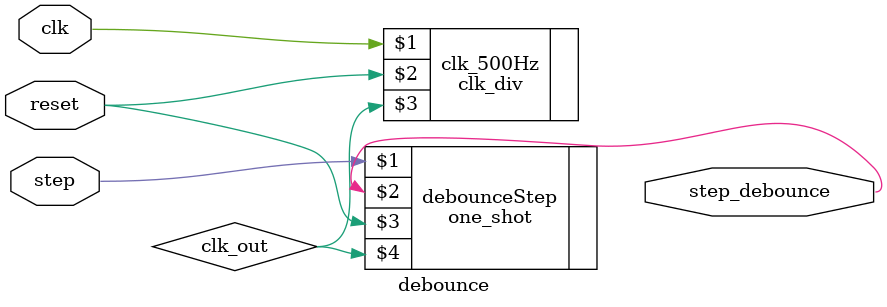
<source format=v>
`timescale 1ns / 1ps
module debounce(clk, reset, step, step_debounce);
	input 	clk, reset, step;
	output	step_debounce;
	
	wire		clk_out;

	clk_div			 //(clk_in, reset, clk_out)
		clk_500Hz		(clk, reset, clk_out);
	
	one_shot			 //(D_in, D_out, reset, clk_in)
		debounceStep	(step, step_debounce, reset, clk_out);


endmodule

</source>
